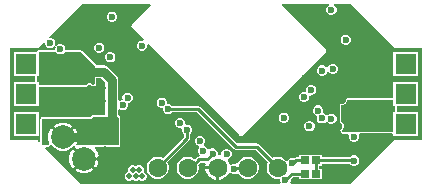
<source format=gbl>
%FSTAX44Y44*%
%MOMM*%
%SFA1B1*%

%IPPOS*%
%ADD13C,0.253999*%
%ADD23R,0.699999X0.649999*%
%ADD36R,1.799996X1.799996*%
%ADD37C,0.499999*%
%ADD40C,0.599999*%
%ADD42C,1.599997*%
%ADD43C,1.999996*%
%ADD44C,0.799998*%
%LNpcb1-1*%
%LPD*%
G36*
X01257947Y00527308D02*
X01258542Y0052691D01*
X01259245Y00526771*
X01281617*
Y00448587*
X01258995*
X01258292Y00448448*
X01257697Y0044805*
X01221188Y0041154*
X01170756*
X01170096Y00412811*
X01170559Y00413929*
Y00415378*
X01172544Y00417364*
X01177939*
Y00415434*
X01197039*
Y00424534*
X01194859*
Y00426864*
X01197039*
Y00428779*
X0122107*
X01222111Y00427739*
X01223691Y00427084*
X01225402*
X01226982Y00427739*
X01228192Y00428948*
X01228846Y0043053*
Y00432239*
X01228192Y0043382*
X01226982Y00435029*
X01225402Y00435684*
X01223691*
X01222111Y00435029*
X01221101Y00434019*
X01197039*
Y00435964*
X01177939*
Y00434034*
X01174995*
X01173993Y00433835*
X01173475Y00433489*
X01172919Y00433719*
X01171209*
X01169628Y00433064*
X01168419Y00431855*
X0116825Y00431449*
X01167504Y00431282*
X01166813Y00431297*
X01165219Y00432891*
X01163099Y00434115*
X01160733Y00434749*
X01158285*
X01155919Y00434115*
X0115505Y00433613*
X01143582Y00445082*
X01142732Y0044565*
X0114173Y00445849*
X01125034*
X01094048Y00476836*
X01093198Y00477404*
X01092195Y00477603*
X01070074*
X01069231Y00478446*
X0106765Y00479101*
X0106688*
X01065869Y00479459*
X01065707Y00480274*
Y00481226*
X01065052Y00482807*
X01063843Y00484016*
X01062262Y00484671*
X01060552*
X01058971Y00484016*
X01057762Y00482807*
X01057107Y00481226*
Y00479516*
X01057762Y00477935*
X01058971Y00476726*
X01060552Y00476071*
X01061322*
X01062333Y00475714*
X01062495Y00474898*
Y00473946*
X0106315Y00472365*
X01064359Y00471156*
X0106594Y00470501*
X0106765*
X01069231Y00471156*
X01070438Y00472363*
X0109111*
X01122096Y00441376*
X01122946Y00440808*
X0112395Y00440609*
X01140644*
X01151345Y00429908*
X01150843Y00429039*
X01150209Y00426673*
Y00424225*
X01150843Y00421859*
X01152067Y00419739*
X01153799Y00418007*
X01155919Y00416783*
X01158285Y00416149*
X01160733*
X01160921Y00416199*
X01161959Y00415163*
Y00413929*
X01162422Y00412811*
X01161762Y0041154*
X01108609*
X01107907Y00411401*
X0110744Y00411088*
X01106971Y00411401*
X01106269Y0041154*
X0099344*
X00963062Y00441919*
X00963549Y00443092*
X00965777*
X00965953Y00443165*
X00966141Y0044314*
X00966433Y00443363*
X00966772Y00443504*
X00966845Y0044368*
X00966996Y00443795*
X00967207Y00444162*
X00968674*
X00968766Y00444001*
X0097087Y00441897*
X00973447Y00440409*
X00976321Y00439639*
X00979297*
X0098217Y00440409*
X00984747Y00441897*
X00986253Y00443403*
X00987127Y00443523*
X00987801Y00443288*
X00987826Y0044327*
X00987925Y00442892*
X00987847Y00442791*
X009878Y00442744*
X00996667Y00433877*
X01005534Y0042501*
X01005804Y00425279*
X01007455Y00428138*
X01008309Y00431328*
Y00431749*
Y0043463*
X01007455Y00437819*
X01005804Y00440679*
X0100466Y00441822*
X01005186Y00443092*
X0101181*
X01012068Y00443199*
X01012348*
X01012983Y00443462*
X01013935*
X0101457Y00443199*
X0101485*
X01015108Y00443092*
X0102489*
X01025884Y00443504*
X01026296Y004445*
Y00467722*
X01026293Y00467729*
X01026296Y00467736*
X01026088Y00468225*
X01025884Y00468717*
X01025877Y0046872*
X01025874Y00468727*
X01024967Y00469616*
X0102496Y00469619*
X01024957Y00469626*
X01024543Y00469788*
Y00474148*
X01025813Y00474674*
X01025926Y00474561*
X01027507Y00473906*
X01029218*
X01030798Y00474561*
X01032008Y0047577*
X01032662Y00477351*
Y00479061*
X01032583Y00479253*
X0103314Y00480087*
X01033497Y00480364*
X01034945Y00480964*
X01036155Y00482173*
X01036809Y00483754*
Y00485464*
X01036155Y00487045*
X01034945Y00488254*
X01033365Y00488909*
X01031654*
X01030073Y00488254*
X01028864Y00487045*
X01028209Y00485464*
Y00483754*
X01028289Y00483562*
X01027731Y00482728*
X01027374Y00482451*
X01025926Y00481851*
X01025813Y00481738*
X01024543Y00482264*
Y00499779*
X01024132Y00501847*
X0102296Y005036*
X0101601Y0051055*
X01014257Y00511721*
X0101219Y00512133*
X01005842*
X01005564Y00512804*
X00994134Y00524234*
X0099314Y00524646*
X00979951*
X00979901Y00524721*
Y00526431*
X00979247Y00528012*
X00978037Y00529221*
X00976457Y00529876*
X00974746*
X00973166Y00529221*
X00972279Y00528334*
X00971202Y00529054*
X00971529Y00529844*
Y00531553*
X00970874Y00533134*
X00969664Y00534344*
X00968084Y00534998*
X00966667*
X00966134Y00535853*
X00966045Y00536171*
X0099369Y00563818*
X01051656*
X01052142Y00562644*
X01035888Y0054639*
X01035476Y00545395*
X01035888Y005444*
X01046153Y00534135*
X01046019Y00533701*
X0104553Y00532961*
X01044079*
X01042499Y00532307*
X01041289Y00531097*
X01040634Y00529517*
Y00527806*
X01041289Y00526226*
X01042499Y00525016*
X01044079Y00524361*
X0104579*
X0104737Y00525016*
X0104858Y00526226*
X01049234Y00527806*
Y00529257*
X01049974Y00529745*
X01050408Y0052988*
X01127812Y00452476*
X01128807Y00452064*
X01129801Y00452476*
X01200512Y00523186*
X01200924Y00524182*
X01200512Y00525176*
X01163044Y00562644*
X0116353Y00563818*
X01202895*
X01203147Y00562548*
X01202753Y00562384*
X01201544Y00561175*
X01200889Y00559594*
Y00557884*
X01201544Y00556303*
X01202753Y00555094*
X01204334Y00554439*
X01206044*
X01207625Y00555094*
X01208834Y00556303*
X01209489Y00557884*
Y00559594*
X01208834Y00561175*
X01207625Y00562384*
X01207231Y00562548*
X01207484Y00563818*
X01221438*
X01257947Y00527308*
G37*
G36*
X0100457Y0051181D02*
Y00495982D01*
X01004514Y00495947*
X010033Y00495593*
X01002492Y004964*
X01001095Y00496979*
X00999583*
X00998186Y004964*
X00997118Y00495331*
X00997104Y004953*
X00957229*
Y00497979*
X00955883*
Y00502779*
X00957229*
Y0052324*
X00971915*
X00971956Y0052314*
X00973166Y00521931*
X00974746Y00521276*
X00976457*
X00978037Y00521931*
X00979247Y0052314*
X00979287Y0052324*
X0099314*
X0100457Y0051181*
G37*
G36*
X00962074Y00531793D02*
X00962929Y0053126D01*
Y00529844*
X00963583Y00528263*
X00964793Y00527053*
X00966373Y00526398*
X00968084*
X00969664Y00527053*
X00970552Y0052794*
X00971628Y00527221*
X00971301Y00526431*
Y00524721*
X00971251Y00524646*
X00957229*
X00956234Y00524234*
X0095588Y00523379*
X00936629*
Y00502779*
X00954476*
Y00497979*
X00936629*
Y00477379*
X00957229*
Y00493892*
X00997104*
X00997341Y0049399*
X00997598Y00493982*
X00997617Y00493999*
X00997643*
X0099784Y00494197*
X00998099Y00494304*
X00998112Y00494337*
X00998984Y00495208*
X00999863Y00495572*
X01000815*
X01001694Y00495208*
X01002304Y00494598*
X01002494Y0049452*
X01002622Y0049436*
X01002973Y00494321*
X010033Y00494186*
X01003489Y00494264*
X01003692Y00494242*
X01004907Y00494596*
X01005071Y00494727*
X01005277Y00494765*
X01005332Y004948*
X0100542Y00494928*
X01005564Y00494987*
X01005648Y0049519*
X01005747Y0049527*
X01005764Y00495425*
X01005945Y00495686*
X01005917Y00495839*
X01005976Y00495982*
Y00501325*
X01009951*
X01013735Y00497541*
Y00469818*
X01002842Y00469604*
X01002397Y00469409*
X01002332*
X01002284Y00469362*
X01001875Y00469192*
X01001869Y00469178*
X01001856Y00469173*
X01001702Y00468779*
X0100157Y00468647*
X01001463Y00468389*
X01001381Y00468191*
X01001183Y00468109*
X00988525Y00468102*
X00960118Y00468087*
X00959615Y00467879*
X00959124Y00467675*
X0095892Y00467183*
X00958712Y0046668*
Y00447929*
X00957539Y00447442*
X00956931Y0044805*
X00956336Y00448448*
X00955633Y00448587*
X0093326*
Y00468972*
Y004953*
Y00526771*
X00955883*
X00956586Y0052691*
X00957181Y00527308*
X00961755Y00531882*
X00962074Y00531793*
G37*
G36*
X0102489Y00467722D02*
Y004445D01*
X01015108*
X01014215Y00444869*
X01012703*
X0101181Y004445*
X00989841*
X00989205Y00445599*
X00989494Y00446099*
X00990349Y00449288*
Y0045259*
X00989494Y00455779*
X00987843Y00458639*
X00987574Y00458908*
X00978707Y00450041*
X00977809Y00450939*
X00976911Y00450041*
X00968044Y00458908*
X00967774Y00458639*
X00966123Y00455779*
X00965269Y0045259*
Y00449288*
X00966123Y00446099*
X00966412Y00445599*
X00965777Y004445*
X00960482*
X0096012Y00444862*
Y0046668*
X01001464Y00466702*
X01001967Y00466911*
X01002458Y00467114*
Y00467115*
X01002662Y00467606*
X0100287Y00468109*
Y00468197*
X01023982Y00468611*
X0102489Y00467722*
G37*
%LNpcb1-2*%
%LPC*%
G36*
X01020237Y00557355D02*
X01018526D01*
X01016945Y00556701*
X01015736Y00555491*
X01015081Y00553911*
Y005522*
X01015736Y0055062*
X01016945Y0054941*
X01018526Y00548756*
X01020237*
X01021817Y0054941*
X01023027Y0055062*
X01023681Y005522*
Y00553911*
X01023027Y00555491*
X01021817Y00556701*
X01020237Y00557355*
G37*
G36*
X0121802Y00538015D02*
X0121631D01*
X01214729Y00537361*
X0121352Y00536151*
X01212865Y0053457*
Y0053286*
X0121352Y00531279*
X01214729Y0053007*
X0121631Y00529415*
X0121802*
X01219601Y0053007*
X0122081Y00531279*
X01221465Y0053286*
Y0053457*
X0122081Y00536151*
X01219601Y00537361*
X0121802Y00538015*
G37*
G36*
X01009574Y00531229D02*
X01007864D01*
X01006283Y00530574*
X01005074Y00529365*
X01004419Y00527784*
Y00526074*
X01005074Y00524493*
X01006283Y00523284*
X01007864Y00522629*
X01009574*
X01011155Y00523284*
X01012364Y00524493*
X01013019Y00526074*
Y00527784*
X01012364Y00529365*
X01011155Y00530574*
X01009574Y00531229*
G37*
G36*
X01018701Y00523142D02*
X01016991D01*
X0101541Y00522487*
X01014201Y00521277*
X01013546Y00519697*
Y00517986*
X01014201Y00516406*
X0101541Y00515196*
X01016991Y00514542*
X01018701*
X01020282Y00515196*
X01021491Y00516406*
X01022146Y00517986*
Y00519697*
X01021491Y00521277*
X01020282Y00522487*
X01018701Y00523142*
G37*
G36*
X01207054Y00513018D02*
X01205344D01*
X01203763Y00512364*
X01202554Y00511154*
X01202254Y0051043*
X01201879Y00510291*
X01200803Y00510246*
X01199854Y00511196*
X01198273Y00511851*
X01196562*
X01194982Y00511196*
X01193772Y00509986*
X01193118Y00508406*
Y00506695*
X01193772Y00505115*
X01194982Y00503905*
X01196562Y00503251*
X01198273*
X01199854Y00503905*
X01201063Y00505115*
X01201363Y00505839*
X01201737Y00505978*
X01202814Y00506022*
X01203763Y00505073*
X01205344Y00504418*
X01207054*
X01208635Y00505073*
X01209844Y00506282*
X01210499Y00507863*
Y00509574*
X01209844Y00511154*
X01208635Y00512364*
X01207054Y00513018*
G37*
G36*
X01278249Y00523379D02*
X01257649D01*
Y0052098*
Y00502779*
X01278249*
Y0052098*
Y00523379*
G37*
G36*
Y00497979D02*
X01257649D01*
Y00484287*
X01218339*
X01217344Y00483875*
X01216932Y0048288*
Y00481703*
X01216568Y00480824*
X01215894Y0048015*
X01215015Y00479786*
X01213783*
X01213404Y00479629*
X01213001Y00479549*
X01212788Y00479406*
X01212708Y00479286*
X01212575Y00479231*
X01212417Y00478852*
X01212189Y00478511*
X01212217Y00478369*
X01212162Y00478236*
Y00464363*
X0121227Y00464105*
Y00463825*
X01212467Y00463627*
X01212575Y00463368*
X01212833Y00463261*
X01213031Y00463063*
X01213203Y00462992*
X01214017Y00462178*
X01214458Y00461115*
Y00459964*
X01214017Y00458901*
X01213192Y00458075*
X01213158Y00457994*
X01213082Y00457951*
X01212956Y00457507*
X01212779Y0045708*
X01212813Y00456999*
X01212789Y00456915*
X01212942Y00455617*
X01213168Y00455214*
X01213345Y00454787*
X01213473Y0045466*
X01213925Y00454472*
X01214468Y00454247*
X01214469*
X01219437Y0045425*
X01220248Y0045298*
X01219892Y0045212*
Y00450409*
X01220546Y00448828*
X01221756Y00447619*
X01223336Y00446964*
X01225047*
X01226627Y00447619*
X01227837Y00448828*
X01228492Y00450409*
Y0045212*
X01228134Y00452984*
X01228942Y00454254*
X01256751Y00454269*
X01257649Y00453371*
Y00451979*
X01278249*
Y00472579*
X01260402*
Y00477379*
X01278249*
Y00494686*
Y00497979*
G37*
G36*
X01188942Y00495414D02*
X01187232D01*
X01185651Y0049476*
X01184442Y0049355*
X01183787Y00491969*
Y00490601*
X01183353Y00489963*
X01182715Y00489528*
X01181346*
X01179765Y00488874*
X01178556Y00487664*
X01177901Y00486083*
Y00484373*
X01178556Y00482792*
X01179765Y00481584*
X01181346Y00480928*
X01183056*
X01184637Y00481584*
X01185846Y00482792*
X01186501Y00484373*
Y00485742*
X01186935Y0048638*
X01187573Y00486814*
X01188942*
X01190523Y00487469*
X01191732Y00488678*
X01192387Y00490259*
Y00491969*
X01191732Y0049355*
X01190523Y0049476*
X01188942Y00495414*
G37*
G36*
X0116557Y00471888D02*
X01163859D01*
X01162279Y00471233*
X01161069Y00470024*
X01160415Y00468443*
Y00466733*
X01161069Y00465152*
X01162279Y00463943*
X01163859Y00463288*
X0116557*
X0116715Y00463943*
X0116836Y00465152*
X01169015Y00466733*
Y00468443*
X0116836Y00470024*
X0116715Y00471233*
X0116557Y00471888*
G37*
G36*
X01194654Y00478009D02*
X01192944D01*
X01191363Y00477354*
X01190154Y00476145*
X01189499Y00474564*
Y00472854*
X01190154Y00471273*
X01191363Y00470064*
X01191976Y0046981*
X01192699Y00468236*
X01192558Y00467895*
Y00466184*
X01193212Y00464604*
X01194422Y00463394*
X01196002Y00462739*
X01197713*
X01199293Y00463394*
X01200172Y00464273*
X01201277Y00464312*
X01201692Y00464156*
X01202737Y00463111*
X01204317Y00462457*
X01206028*
X01207608Y00463111*
X01208818Y00464321*
X01209473Y00465901*
Y00467612*
X01208818Y00469192*
X01207608Y00470402*
X01206028Y00471057*
X01204317*
X01202737Y00470402*
X01201858Y00469523*
X01200753Y00469484*
X01200338Y0046964*
X01199293Y00470685*
X0119868Y00470939*
X01197958Y00472513*
X01198099Y00472854*
Y00474564*
X01197444Y00476145*
X01196235Y00477354*
X01194654Y00478009*
G37*
G36*
X01187416Y00464703D02*
X01185706D01*
X01184125Y00464049*
X01182916Y00462839*
X01182261Y00461259*
Y00459548*
X01182916Y00457968*
X01184125Y00456758*
X01185706Y00456103*
X01187416*
X01188997Y00456758*
X01190206Y00457968*
X01190861Y00459548*
Y00461259*
X01190206Y00462839*
X01188997Y00464049*
X01187416Y00464703*
G37*
G36*
X01077873Y0046736D02*
X01076162D01*
X01074582Y00466704*
X01073372Y00465495*
X01072718Y00463914*
Y00462204*
X01073372Y00460623*
X01074582Y00459414*
X01076162Y00458759*
X01077486*
X01078012Y00458573*
X0107866Y0045771*
Y00456634*
X01079314Y00455053*
X01080339Y00454028*
Y00451585*
X01062368Y00433613*
X01061499Y00434115*
X01059133Y00434749*
X01056685*
X01054319Y00434115*
X01052199Y00432891*
X01050467Y00431159*
X01049243Y00429039*
X01048609Y00426673*
Y00424225*
X01049243Y00421859*
X01050467Y00419739*
X01052199Y00418007*
X01054319Y00416783*
X01056685Y00416149*
X01059133*
X01061499Y00416783*
X01063619Y00418007*
X01065351Y00419739*
X01066575Y00421859*
X01067209Y00424225*
Y00426673*
X01066575Y00429039*
X01066073Y00429908*
X01084812Y00448647*
X0108538Y00449497*
X0108558Y00450499*
Y00454028*
X01086605Y00455053*
X0108726Y00456634*
Y00458344*
X01086605Y00459925*
X01085395Y00461134*
X01083815Y00461789*
X01082491*
X01081965Y00461975*
X01081317Y00462838*
Y00463914*
X01080663Y00465495*
X01079453Y00466704*
X01077873Y0046736*
G37*
G36*
X01094574Y00452102D02*
X01092864D01*
X01091283Y00451447*
X01090073Y00450238*
X01089419Y00448657*
Y00446947*
X01090073Y00445366*
X01091283Y00444157*
X01092743Y00443552*
X01093008Y00442986*
X01093219Y00442232*
X01092934Y00441947*
X01092279Y00440366*
Y00438656*
X01092934Y00437075*
X01093805Y00436204*
X01093325Y00434934*
X01093146*
X01092143Y00434735*
X01091293Y00434167*
X01089518Y00432392*
X01089019Y00432891*
X01086899Y00434115*
X01084533Y00434749*
X01082085*
X01079719Y00434115*
X01077599Y00432891*
X01075867Y00431159*
X01074643Y00429039*
X01074009Y00426673*
Y00424225*
X01074643Y00421859*
X01075867Y00419739*
X01077599Y00418007*
X01079719Y00416783*
X01082085Y00416149*
X01084533*
X01086899Y00416783*
X01089019Y00418007*
X01090751Y00419739*
X01091975Y00421859*
X01092609Y00424225*
Y00426673*
X01092314Y00427776*
X01094232Y00429694*
X0109762*
X01098594Y00428424*
X01098169Y00426837*
Y0042672*
X0110871*
Y0042545*
X0110998*
Y00414909*
X01110097*
X01112777Y00415627*
X01115181Y00417015*
X01117143Y00418977*
X0111819Y00420791*
X01119582Y0042108*
X01119743Y00421034*
X01120243Y00420534*
X01121824Y00419879*
X01123534*
X01125115Y00420534*
X01126298Y00420378*
X01126667Y00419739*
X01128399Y00418007*
X01130519Y00416783*
X01132885Y00416149*
X01135333*
X01137699Y00416783*
X01139819Y00418007*
X01141551Y00419739*
X01142775Y00421859*
X01143409Y00424225*
Y00426673*
X01142775Y00429039*
X01141551Y00431159*
X01139819Y00432891*
X01137699Y00434115*
X01135333Y00434749*
X01132885*
X01130519Y00434115*
X01128399Y00432891*
X01126667Y00431159*
X01125443Y00429039*
X01123934Y00428314*
X01123534Y00428479*
X01121824*
X01120294Y00427845*
X01120232Y00427828*
X01118871Y00428248*
X01118531Y00429517*
X0111744Y00431406*
X01117816Y00432728*
X0111796Y004329*
X01118765Y00433234*
X01119974Y00434443*
X01120629Y00436024*
Y00437734*
X01119974Y00439315*
X01118765Y00440524*
X01117184Y00441179*
X01115474*
X01113893Y00440524*
X01112684Y00439315*
X01112029Y00437734*
Y00436786*
X01110858Y00435785*
X01110097Y00435989*
X01109094*
X01108812Y00436411*
Y00438121*
X01108157Y00439702*
X01106948Y00440911*
X01105367Y00441566*
X01103657*
X01102076Y00440911*
X01102042Y00440877*
X01100544Y00441175*
X01100225Y00441947*
X01099015Y00443156*
X01097555Y00443761*
X0109729Y00444327*
X01097079Y00445081*
X01097364Y00445366*
X01098019Y00446947*
Y00448657*
X01097364Y00450238*
X01096155Y00451447*
X01094574Y00452102*
G37*
G36*
X01043003Y00427298D02*
X01041491D01*
X01040094Y0042672*
X01039497Y00426122*
X01038899Y0042672*
X01037503Y00427298*
X01035991*
X01034594Y0042672*
X01033526Y00425651*
X01032947Y00424254*
Y00422742*
X0103215Y00421346*
X01031844Y0042122*
X01030775Y00420151*
X01030197Y00418754*
Y00417242*
X01030775Y00415846*
X01031844Y00414777*
X01033241Y00414198*
X01034753*
X0103615Y00414777*
X01036747Y00415374*
X01037344Y00414777*
X01038741Y00414198*
X01040253*
X01041649Y00414777*
X01042247Y00415374*
X01042844Y00414777*
X01044241Y00414198*
X01045753*
X01047149Y00414777*
X01048218Y00415846*
X01048797Y00417242*
Y00418754*
X01048218Y00420151*
X01047149Y0042122*
X01046843Y00421346*
X01046047Y00422742*
Y00424254*
X01045468Y00425651*
X01044399Y0042672*
X01043003Y00427298*
G37*
G36*
X00986004Y00440948D02*
X00985735Y00440679D01*
X00984084Y00437819*
X00983229Y0043463*
Y00431328*
X00984084Y00428138*
X00985735Y00425279*
X00986004Y0042501*
X00993973Y00432979*
X00986004Y00440948*
G37*
G36*
X00995769Y00431183D02*
X009878Y00423214D01*
X0098807Y00422944*
X00990929Y00421293*
X00994118Y00420439*
X0099742*
X0100061Y00421293*
X01003469Y00422944*
X01003738Y00423214*
X00995769Y00431183*
G37*
G36*
X0110744Y0042418D02*
X01098169D01*
Y00424061*
X01098887Y00421381*
X01100275Y00418977*
X01102237Y00417015*
X01104641Y00415627*
X01107321Y00414909*
X0110744*
Y0042418*
G37*
G36*
X00957229Y00472579D02*
X00936629D01*
Y00451979*
X00957229*
Y00472579*
G37*
G36*
X0097946Y00463479D02*
X00976158D01*
X00972969Y00462625*
X00970109Y00460974*
X0096984Y00460704*
X00977809Y00452735*
X00985778Y00460704*
X00985508Y00460974*
X00982649Y00462625*
X0097946Y00463479*
G37*
%LNpcb1-3*%
%LPD*%
G36*
X01257649Y0048288D02*
Y00477379D01*
X01258995*
Y00472579*
X01257649*
Y00455676*
X01214468Y00455654*
X0121434Y00455782*
X01214186Y0045708*
X0121521Y00458104*
X01215865Y00459684*
Y00461395*
X0121521Y00462975*
X01214Y00464185*
X01213569Y00464363*
Y00478236*
X01213783Y00478379*
X01215295*
X01216692Y00478958*
X01217761Y00480027*
X01218339Y00481423*
Y0048288*
X01257649*
G37*
G54D13*
X01093146Y00432314D02*
X0109956D01*
X01086281Y0042545D02*
X01093146Y00432314D01*
X0108331Y0042545D02*
X01086281D01*
X0109956Y00432314D02*
X01104512Y00437266D01*
X0105791Y0042545D02*
X0108296Y00450499D01*
Y00457489*
X01133475Y00424815D02*
X0113411Y0042545D01*
X01123315Y00424815D02*
X01133475D01*
X0112268Y0042418D02*
X01123315Y00424815D01*
X01066977Y00474983D02*
X01092195D01*
X01066795Y00474801D02*
X01066977Y00474983D01*
X01192239Y00431414D02*
X01192254Y00431399D01*
X01224531*
X01224546Y00431384*
X00992747Y00505998D02*
X01002568D01*
X010033Y0050673*
X0115951Y0042545D02*
D01*
X0114173Y0044323D02*
X0115951Y0042545D01*
X0112395Y0044323D02*
X0114173D01*
X01092195Y00474983D02*
X0112395Y0044323D01*
X01192239Y00419984D02*
Y00431414D01*
X01173Y00429419D02*
X01174995Y00431414D01*
X01182739*
X01166259Y00414784D02*
X01171459Y00419984D01*
X01182739*
G54D23*
X01182739Y00431414D03*
X01192239D03*
X01182739Y00419984D03*
X01192239D03*
G54D36*
X01267949Y0051308D03*
Y0048768D03*
Y0046228D03*
X00946929D03*
Y0048768D03*
Y0051308D03*
G54D37*
X01253996Y00505998D03*
Y00450998D03*
X01248496Y00527998D03*
X01251246Y00511498D03*
X01248496Y00505998D03*
X01251246Y00500498D03*
Y00445498D03*
X01245747Y00533498D03*
X01242997Y00527998D03*
X01245747Y00511498D03*
X01242997Y00505998D03*
X01245747Y00500498D03*
X01237496Y00538998D03*
X01240246Y00533498D03*
X01237496Y00527998D03*
X01240246Y00511498D03*
X01237496Y00505998D03*
X01240246Y00500498D03*
X01234746Y00544498D03*
X01231997Y00538998D03*
X01234746Y00533498D03*
X01231997Y00527998D03*
X01234746Y00511498D03*
X01231997Y00505998D03*
X01234746Y00500498D03*
X01231997Y00428998D03*
X01226496Y00549998D03*
X01229247Y00544498D03*
X01226496Y00538998D03*
X01229247Y00533498D03*
X01226496Y00527998D03*
X01229247Y00511498D03*
X01226496Y00505998D03*
X01229247Y00500498D03*
Y00423498D03*
X01223746D03*
X01215497Y00560998D03*
X01204497Y00439998D03*
X01198997D03*
X01193497Y00560998D03*
X01196247Y00555498D03*
X01193497Y00549998D03*
X01196247Y00544498D03*
X01193497Y00538998D03*
X01196247Y00533498D03*
X01193497Y00439998D03*
X01187997Y00560998D03*
X01190747Y00555498D03*
X01187997Y00549998D03*
X01190747Y00544498D03*
X01187997Y00439998D03*
X01182497Y00560998D03*
X01185247Y00555498D03*
X01182497Y00549998D03*
X01185247Y00544498D03*
X01176997Y00560998D03*
X01179747Y00555498D03*
X01171497Y00560998D03*
X01174247Y00555498D03*
X01119247Y00456498D03*
X01108247Y00467498D03*
X01097247Y00478498D03*
X01088997Y00483998D03*
X01086247Y00489498D03*
X01077997Y00494998D03*
X01080747Y00489498D03*
X01075247Y00500498D03*
X01072497Y00494998D03*
X01075247Y00489498D03*
X01069747Y00500498D03*
X01066997Y00494998D03*
X01069747Y00489498D03*
X01064247Y00500498D03*
X01061497Y00494998D03*
X01064247Y00489498D03*
X01058747D03*
X01053247D03*
X01044997Y00560998D03*
X01039497D03*
X01033997D03*
X01036747Y00555498D03*
X01033997Y00549998D03*
X01028497Y00560998D03*
X01031247Y00555498D03*
X01022997Y00560998D03*
X01017497D03*
X01011997D03*
X01006497D03*
X01009247Y00555498D03*
X01000997Y00560998D03*
X01003747Y00555498D03*
Y00533498D03*
X00995497Y00560998D03*
X00998247Y00555498D03*
X00984497Y00472998D03*
X00978997D03*
X00976247Y00478498D03*
X00973497Y00472998D03*
X00970747Y00478498D03*
X00967997Y00472998D03*
X00965247Y00478498D03*
X00962497Y00472998D03*
X01251246Y00467498D03*
X01245747D03*
X01240246D03*
X01234746D03*
X01229247D03*
X01223746D03*
X01017497Y00450998D03*
X01011997D03*
X01006497D03*
X01000997D03*
X00995497D03*
X00987247Y00500498D03*
X01044997Y00417998D03*
X01042247Y00423498D03*
X01039497Y00417998D03*
X01036747Y00423498D03*
X01033997Y00417998D03*
X00994515Y00513384D03*
X00992747Y00505998D03*
X01223746Y00472998D03*
X00989015Y00513384D03*
X00983515D03*
X00978015D03*
X00972515D03*
X00967015D03*
X00961515D03*
X00987247Y00505998D03*
X01008459Y0043307D03*
X0101346Y00441069D03*
X01018459Y0043307D03*
X0101346Y00425069D03*
X01011339Y00493179D03*
Y00482179D03*
X01000339Y00493179D03*
Y00482179D03*
X01203539D03*
Y00493179D03*
X01214539Y00482179D03*
Y00493179D03*
G54D40*
X0109093Y0041529D03*
X01182878Y0050146D03*
X01188087Y00491114D03*
X01182201Y00485228D03*
X01164715Y00467588D03*
X011938Y0047371D03*
X01186561Y00460403D03*
X0111633Y0043688D03*
X01196858Y00467039D03*
X01096579Y00439511D03*
X01104512Y00437266D03*
X0108296Y00457489D03*
X01077017Y00463059D03*
X01093719Y00447802D03*
X01197418Y00507551D03*
X01211565Y00460539D03*
X0112268Y0042418D03*
X01061407Y00480371D03*
X01066795Y00474801D03*
X0103632Y00446549D03*
X00975601Y00525576D03*
X00967229Y00530698D03*
X00989976Y00552209D03*
X00999089Y00544116D03*
X01019381Y00553056D03*
X01166259Y00414784D03*
X01172064Y00429419D03*
X01205189Y00558739D03*
X01224192Y00451264D03*
X01224546Y00431384D03*
X01205173Y00466757D03*
X01206199Y00508718D03*
X01028362Y00478206D03*
X0103251Y00484609D03*
X01044934Y00528661D03*
X0103688Y00537151D03*
X01027955Y00544988D03*
X01017846Y00518842D03*
X01008719Y00526929D03*
X01205189Y00534609D03*
X01217165Y00533715D03*
G54D42*
X0115951Y0042545D03*
X0113411D03*
X0110871D03*
X0108331D03*
X0105791D03*
G54D43*
X00995769Y00432979D03*
X00977809Y00450939D03*
G54D44*
X01019139Y00466791D02*
Y00499779D01*
X010033Y0050673D02*
X0101219D01*
X01019139Y00499779*
X01003389Y00451041D02*
X01019139Y00466791D01*
X00977911Y00451041D02*
X01003389D01*
X00977809Y00450939D02*
X00977911Y00451041D01*
M02*
</source>
